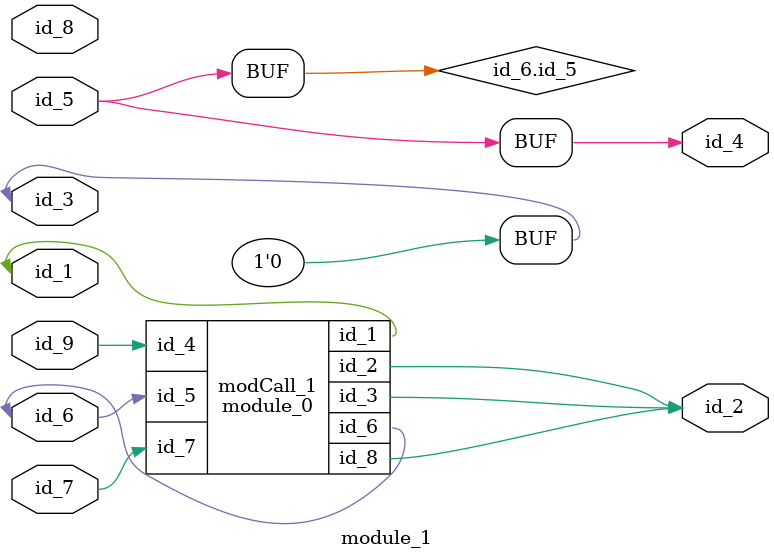
<source format=v>
module module_0 (
    id_1,
    id_2,
    id_3,
    id_4,
    id_5,
    id_6,
    id_7,
    id_8
);
  output wire id_8;
  input wire id_7;
  inout wire id_6;
  input wire id_5;
  input wire id_4;
  output wire id_3;
  output wire id_2;
  inout wire id_1;
  wire id_9, id_10;
  assign id_8 = id_9;
  assign id_1 = 1;
endmodule
module module_1 (
    id_1,
    id_2,
    id_3,
    id_4,
    id_5,
    id_6,
    id_7,
    id_8,
    id_9
);
  inout wire id_9;
  inout wire id_8;
  inout wire id_7;
  inout wire id_6;
  input wire id_5;
  output wire id_4;
  inout wire id_3;
  output wire id_2;
  inout wire id_1;
  assign id_3 = "";
  module_0 modCall_1 (
      id_1,
      id_2,
      id_2,
      id_9,
      id_6,
      id_6,
      id_7,
      id_2
  );
  wire id_10;
  wire id_11;
  assign id_4 = id_6.id_5;
  always id_4 = id_5;
endmodule

</source>
